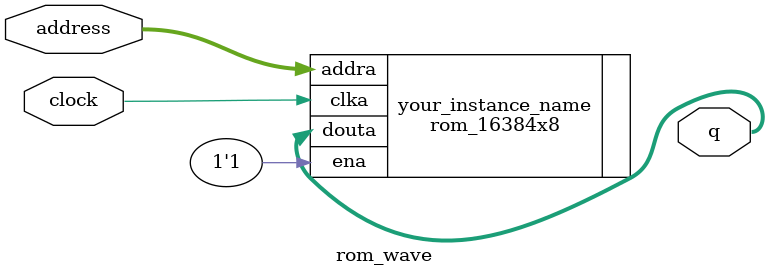
<source format=v>
`timescale 1ns/1ns

module rom_wave (
         address,
         clock,
         q);
 
         input   [13:0]  address;
         input     clock;
         output  [7:0]  q;



rom_16384x8 your_instance_name (
  .clka(clock),    // input wire clka
  .ena(1'b1),      // input wire ena
  .addra(address),  // input wire [13 : 0] addra
  .douta(q)  // output wire [7 : 0] douta
);





/*
integer hand,hand_i,j,i;
integer data_i[18192:0];
reg [7:0] mem [0:16384];
assign q = mem[address];
initial begin
 #10;
    $readmemh("./t1_hex.txt",mem);
    hand=$fopen("./t1.txt","r");
    hand_i=$fopen("./t1_hex.txt","rw");
//     for(j=0;j<16384;j=j+1)begin
//          #1;
//      $display("data_i[%0d] = %0d",j,mem[j]);
// end
//  $finish;
end
*/



endmodule

</source>
